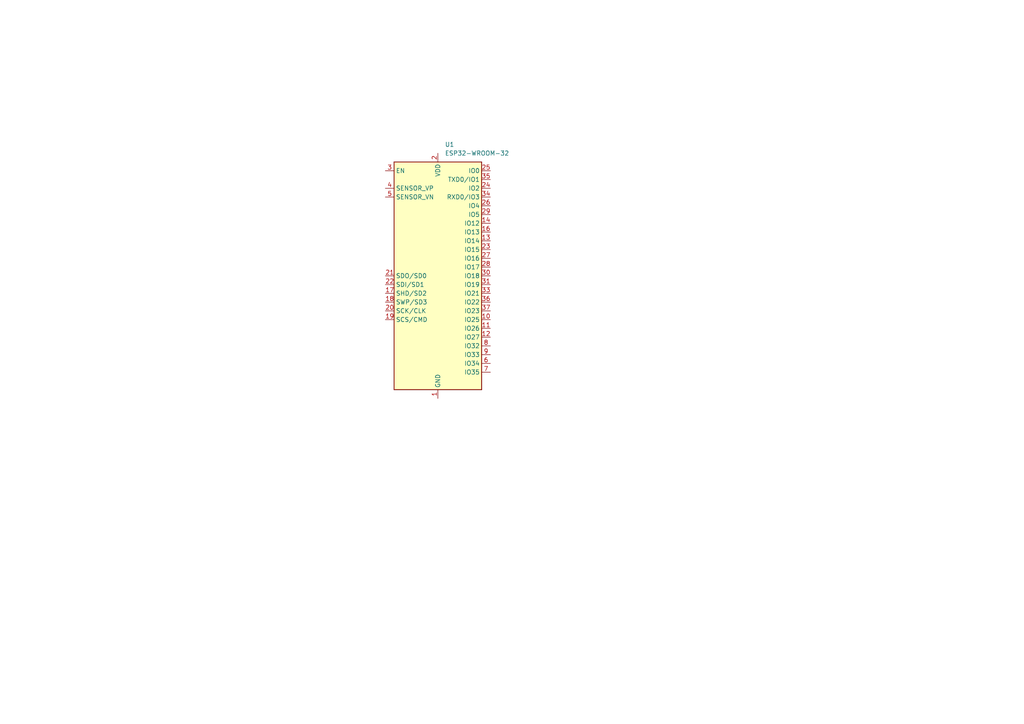
<source format=kicad_sch>
(kicad_sch (version 20211123) (generator eeschema)
  (paper "A4")
  (lib_symbols
    (symbol "RF_Module:ESP32-WROOM-32"
      (property "Reference" "U" (at -12.7 34.29 0))
      (property "Value" "ESP32-WROOM-32" (at 1.27 34.29 0))
      (symbol "ESP32-WROOM-32_0_1"
        (rectangle (start -12.7 33.02) (end 12.7 -33.02) (stroke (width 0.254)) (fill (type background)))
      )
      (symbol "ESP32-WROOM-32_1_1"
        (pin power_in line (at 0 -35.56 90) (length 2.54) (name "GND") (number "1"))
        (pin bidirectional line (at 15.24 -12.7 180) (length 2.54) (name "IO25") (number "10"))
        (pin bidirectional line (at 15.24 -15.24 180) (length 2.54) (name "IO26") (number "11"))
        (pin bidirectional line (at 15.24 -17.78 180) (length 2.54) (name "IO27") (number "12"))
        (pin bidirectional line (at 15.24 10.16 180) (length 2.54) (name "IO14") (number "13"))
        (pin bidirectional line (at 15.24 15.24 180) (length 2.54) (name "IO12") (number "14"))
        (pin passive line (at 0 -35.56 90) (length 2.54) hide (name "GND") (number "15"))
        (pin bidirectional line (at 15.24 12.7 180) (length 2.54) (name "IO13") (number "16"))
        (pin bidirectional line (at -15.24 -5.08 0) (length 2.54) (name "SHD/SD2") (number "17"))
        (pin bidirectional line (at -15.24 -7.62 0) (length 2.54) (name "SWP/SD3") (number "18"))
        (pin bidirectional line (at -15.24 -12.7 0) (length 2.54) (name "SCS/CMD") (number "19"))
        (pin power_in line (at 0 35.56 270) (length 2.54) (name "VDD") (number "2"))
        (pin bidirectional line (at -15.24 -10.16 0) (length 2.54) (name "SCK/CLK") (number "20"))
        (pin bidirectional line (at -15.24 0 0) (length 2.54) (name "SDO/SD0") (number "21"))
        (pin bidirectional line (at -15.24 -2.54 0) (length 2.54) (name "SDI/SD1") (number "22"))
        (pin bidirectional line (at 15.24 7.62 180) (length 2.54) (name "IO15") (number "23"))
        (pin bidirectional line (at 15.24 25.4 180) (length 2.54) (name "IO2") (number "24"))
        (pin bidirectional line (at 15.24 30.48 180) (length 2.54) (name "IO0") (number "25"))
        (pin bidirectional line (at 15.24 20.32 180) (length 2.54) (name "IO4") (number "26"))
        (pin bidirectional line (at 15.24 5.08 180) (length 2.54) (name "IO16") (number "27"))
        (pin bidirectional line (at 15.24 2.54 180) (length 2.54) (name "IO17") (number "28"))
        (pin bidirectional line (at 15.24 17.78 180) (length 2.54) (name "IO5") (number "29"))
        (pin input line (at -15.24 30.48 0) (length 2.54) (name "EN") (number "3"))
        (pin bidirectional line (at 15.24 0 180) (length 2.54) (name "IO18") (number "30"))
        (pin bidirectional line (at 15.24 -2.54 180) (length 2.54) (name "IO19") (number "31"))
        (pin no_connect line (at -12.7 -27.94 0) (length 2.54) hide (name "NC") (number "32"))
        (pin bidirectional line (at 15.24 -5.08 180) (length 2.54) (name "IO21") (number "33"))
        (pin bidirectional line (at 15.24 22.86 180) (length 2.54) (name "RXD0/IO3") (number "34"))
        (pin bidirectional line (at 15.24 27.94 180) (length 2.54) (name "TXD0/IO1") (number "35"))
        (pin bidirectional line (at 15.24 -7.62 180) (length 2.54) (name "IO22") (number "36"))
        (pin bidirectional line (at 15.24 -10.16 180) (length 2.54) (name "IO23") (number "37"))
        (pin passive line (at 0 -35.56 90) (length 2.54) hide (name "GND") (number "38"))
        (pin passive line (at 0 -35.56 90) (length 2.54) hide (name "GND") (number "39"))
        (pin input line (at -15.24 25.4 0) (length 2.54) (name "SENSOR_VP") (number "4"))
        (pin input line (at -15.24 22.86 0) (length 2.54) (name "SENSOR_VN") (number "5"))
        (pin input line (at 15.24 -25.4 180) (length 2.54) (name "IO34") (number "6"))
        (pin input line (at 15.24 -27.94 180) (length 2.54) (name "IO35") (number "7"))
        (pin bidirectional line (at 15.24 -20.32 180) (length 2.54) (name "IO32") (number "8"))
        (pin bidirectional line (at 15.24 -22.86 180) (length 2.54) (name "IO33") (number "9"))
      )
    )
  )
  (symbol (lib_id "RF_Module:ESP32-WROOM-32") (at 127 80.01 0) (unit 1)
    (property "Reference" "U1" (at 129.0194 41.91 0) (effects (justify left)))
    (property "Value" "ESP32-WROOM-32" (at 129.0194 44.45 0) (effects (justify left)))
    (property "Footprint" "RF_Module:ESP32-WROOM-32" (effects hide))
    (property "Datasheet" "https://www.espressif.com/sites/default/files/documentation/esp32-wroom-32_datasheet_en.pdf" (effects hide))
  )
)
</source>
